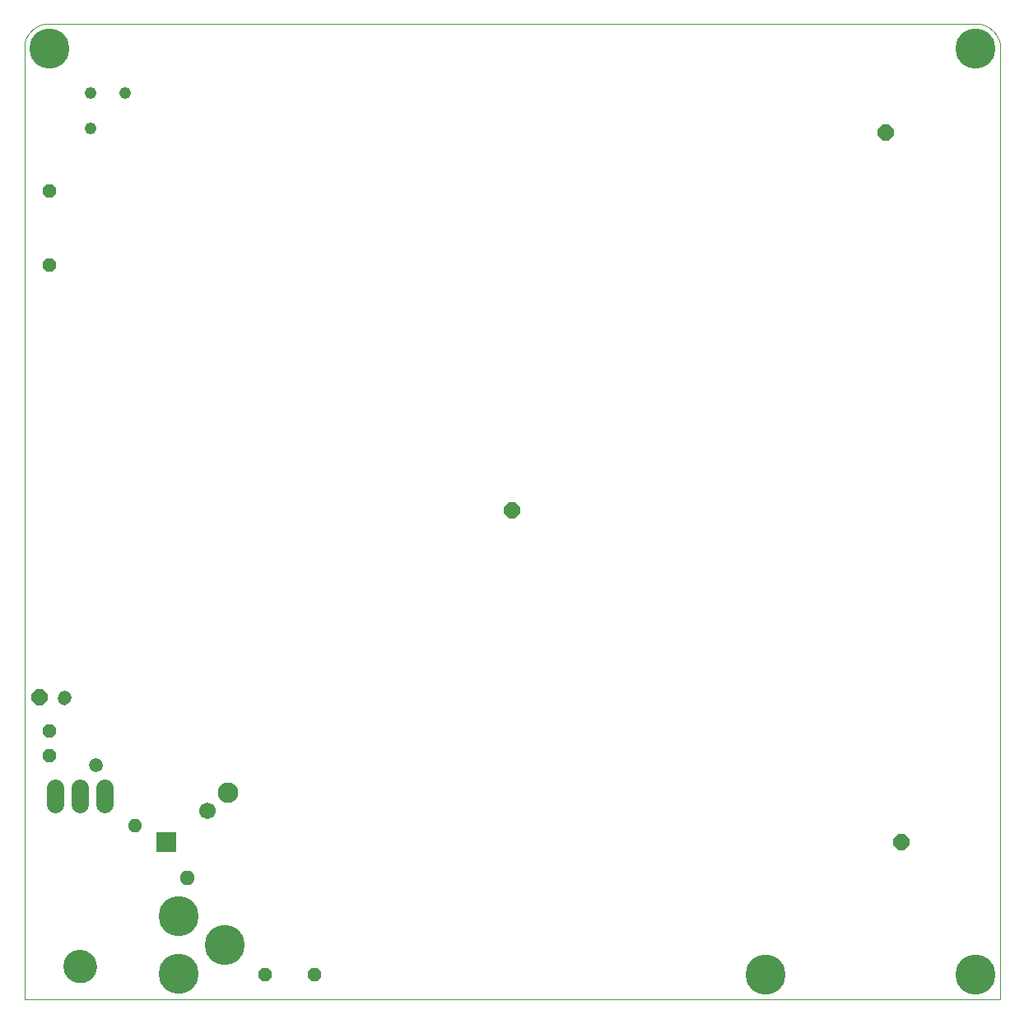
<source format=gbs>
G75*
%MOIN*%
%OFA0B0*%
%FSLAX25Y25*%
%IPPOS*%
%LPD*%
%AMOC8*
5,1,8,0,0,1.08239X$1,22.5*
%
%ADD10C,0.00000*%
%ADD11C,0.01120*%
%ADD12C,0.07000*%
%ADD13C,0.13400*%
%ADD14OC8,0.05600*%
%ADD15OC8,0.06400*%
%ADD16C,0.16211*%
%ADD17C,0.16200*%
%ADD18R,0.08274X0.08274*%
%ADD19C,0.08274*%
%ADD20C,0.04800*%
%ADD21C,0.06699*%
D10*
X0042595Y0025000D02*
X0042595Y0412500D01*
X0050095Y0420000D02*
X0430095Y0420000D01*
X0437595Y0412500D02*
X0437595Y0025000D01*
X0042595Y0025000D01*
X0058595Y0038500D02*
X0058597Y0038661D01*
X0058603Y0038821D01*
X0058613Y0038982D01*
X0058627Y0039142D01*
X0058645Y0039302D01*
X0058666Y0039461D01*
X0058692Y0039620D01*
X0058722Y0039778D01*
X0058755Y0039935D01*
X0058793Y0040092D01*
X0058834Y0040247D01*
X0058879Y0040401D01*
X0058928Y0040554D01*
X0058981Y0040706D01*
X0059037Y0040857D01*
X0059098Y0041006D01*
X0059161Y0041154D01*
X0059229Y0041300D01*
X0059300Y0041444D01*
X0059374Y0041586D01*
X0059452Y0041727D01*
X0059534Y0041865D01*
X0059619Y0042002D01*
X0059707Y0042136D01*
X0059799Y0042268D01*
X0059894Y0042398D01*
X0059992Y0042526D01*
X0060093Y0042651D01*
X0060197Y0042773D01*
X0060304Y0042893D01*
X0060414Y0043010D01*
X0060527Y0043125D01*
X0060643Y0043236D01*
X0060762Y0043345D01*
X0060883Y0043450D01*
X0061007Y0043553D01*
X0061133Y0043653D01*
X0061261Y0043749D01*
X0061392Y0043842D01*
X0061526Y0043932D01*
X0061661Y0044019D01*
X0061799Y0044102D01*
X0061938Y0044182D01*
X0062080Y0044258D01*
X0062223Y0044331D01*
X0062368Y0044400D01*
X0062515Y0044466D01*
X0062663Y0044528D01*
X0062813Y0044586D01*
X0062964Y0044641D01*
X0063117Y0044692D01*
X0063271Y0044739D01*
X0063426Y0044782D01*
X0063582Y0044821D01*
X0063738Y0044857D01*
X0063896Y0044888D01*
X0064054Y0044916D01*
X0064213Y0044940D01*
X0064373Y0044960D01*
X0064533Y0044976D01*
X0064693Y0044988D01*
X0064854Y0044996D01*
X0065015Y0045000D01*
X0065175Y0045000D01*
X0065336Y0044996D01*
X0065497Y0044988D01*
X0065657Y0044976D01*
X0065817Y0044960D01*
X0065977Y0044940D01*
X0066136Y0044916D01*
X0066294Y0044888D01*
X0066452Y0044857D01*
X0066608Y0044821D01*
X0066764Y0044782D01*
X0066919Y0044739D01*
X0067073Y0044692D01*
X0067226Y0044641D01*
X0067377Y0044586D01*
X0067527Y0044528D01*
X0067675Y0044466D01*
X0067822Y0044400D01*
X0067967Y0044331D01*
X0068110Y0044258D01*
X0068252Y0044182D01*
X0068391Y0044102D01*
X0068529Y0044019D01*
X0068664Y0043932D01*
X0068798Y0043842D01*
X0068929Y0043749D01*
X0069057Y0043653D01*
X0069183Y0043553D01*
X0069307Y0043450D01*
X0069428Y0043345D01*
X0069547Y0043236D01*
X0069663Y0043125D01*
X0069776Y0043010D01*
X0069886Y0042893D01*
X0069993Y0042773D01*
X0070097Y0042651D01*
X0070198Y0042526D01*
X0070296Y0042398D01*
X0070391Y0042268D01*
X0070483Y0042136D01*
X0070571Y0042002D01*
X0070656Y0041865D01*
X0070738Y0041727D01*
X0070816Y0041586D01*
X0070890Y0041444D01*
X0070961Y0041300D01*
X0071029Y0041154D01*
X0071092Y0041006D01*
X0071153Y0040857D01*
X0071209Y0040706D01*
X0071262Y0040554D01*
X0071311Y0040401D01*
X0071356Y0040247D01*
X0071397Y0040092D01*
X0071435Y0039935D01*
X0071468Y0039778D01*
X0071498Y0039620D01*
X0071524Y0039461D01*
X0071545Y0039302D01*
X0071563Y0039142D01*
X0071577Y0038982D01*
X0071587Y0038821D01*
X0071593Y0038661D01*
X0071595Y0038500D01*
X0071593Y0038339D01*
X0071587Y0038179D01*
X0071577Y0038018D01*
X0071563Y0037858D01*
X0071545Y0037698D01*
X0071524Y0037539D01*
X0071498Y0037380D01*
X0071468Y0037222D01*
X0071435Y0037065D01*
X0071397Y0036908D01*
X0071356Y0036753D01*
X0071311Y0036599D01*
X0071262Y0036446D01*
X0071209Y0036294D01*
X0071153Y0036143D01*
X0071092Y0035994D01*
X0071029Y0035846D01*
X0070961Y0035700D01*
X0070890Y0035556D01*
X0070816Y0035414D01*
X0070738Y0035273D01*
X0070656Y0035135D01*
X0070571Y0034998D01*
X0070483Y0034864D01*
X0070391Y0034732D01*
X0070296Y0034602D01*
X0070198Y0034474D01*
X0070097Y0034349D01*
X0069993Y0034227D01*
X0069886Y0034107D01*
X0069776Y0033990D01*
X0069663Y0033875D01*
X0069547Y0033764D01*
X0069428Y0033655D01*
X0069307Y0033550D01*
X0069183Y0033447D01*
X0069057Y0033347D01*
X0068929Y0033251D01*
X0068798Y0033158D01*
X0068664Y0033068D01*
X0068529Y0032981D01*
X0068391Y0032898D01*
X0068252Y0032818D01*
X0068110Y0032742D01*
X0067967Y0032669D01*
X0067822Y0032600D01*
X0067675Y0032534D01*
X0067527Y0032472D01*
X0067377Y0032414D01*
X0067226Y0032359D01*
X0067073Y0032308D01*
X0066919Y0032261D01*
X0066764Y0032218D01*
X0066608Y0032179D01*
X0066452Y0032143D01*
X0066294Y0032112D01*
X0066136Y0032084D01*
X0065977Y0032060D01*
X0065817Y0032040D01*
X0065657Y0032024D01*
X0065497Y0032012D01*
X0065336Y0032004D01*
X0065175Y0032000D01*
X0065015Y0032000D01*
X0064854Y0032004D01*
X0064693Y0032012D01*
X0064533Y0032024D01*
X0064373Y0032040D01*
X0064213Y0032060D01*
X0064054Y0032084D01*
X0063896Y0032112D01*
X0063738Y0032143D01*
X0063582Y0032179D01*
X0063426Y0032218D01*
X0063271Y0032261D01*
X0063117Y0032308D01*
X0062964Y0032359D01*
X0062813Y0032414D01*
X0062663Y0032472D01*
X0062515Y0032534D01*
X0062368Y0032600D01*
X0062223Y0032669D01*
X0062080Y0032742D01*
X0061938Y0032818D01*
X0061799Y0032898D01*
X0061661Y0032981D01*
X0061526Y0033068D01*
X0061392Y0033158D01*
X0061261Y0033251D01*
X0061133Y0033347D01*
X0061007Y0033447D01*
X0060883Y0033550D01*
X0060762Y0033655D01*
X0060643Y0033764D01*
X0060527Y0033875D01*
X0060414Y0033990D01*
X0060304Y0034107D01*
X0060197Y0034227D01*
X0060093Y0034349D01*
X0059992Y0034474D01*
X0059894Y0034602D01*
X0059799Y0034732D01*
X0059707Y0034864D01*
X0059619Y0034998D01*
X0059534Y0035135D01*
X0059452Y0035273D01*
X0059374Y0035414D01*
X0059300Y0035556D01*
X0059229Y0035700D01*
X0059161Y0035846D01*
X0059098Y0035994D01*
X0059037Y0036143D01*
X0058981Y0036294D01*
X0058928Y0036446D01*
X0058879Y0036599D01*
X0058834Y0036753D01*
X0058793Y0036908D01*
X0058755Y0037065D01*
X0058722Y0037222D01*
X0058692Y0037380D01*
X0058666Y0037539D01*
X0058645Y0037698D01*
X0058627Y0037858D01*
X0058613Y0038018D01*
X0058603Y0038179D01*
X0058597Y0038339D01*
X0058595Y0038500D01*
X0042596Y0412499D02*
X0042667Y0412748D01*
X0042743Y0412994D01*
X0042826Y0413238D01*
X0042915Y0413481D01*
X0043009Y0413721D01*
X0043110Y0413959D01*
X0043216Y0414194D01*
X0043327Y0414427D01*
X0043445Y0414657D01*
X0043567Y0414884D01*
X0043696Y0415108D01*
X0043829Y0415329D01*
X0043968Y0415546D01*
X0044112Y0415760D01*
X0044261Y0415971D01*
X0044415Y0416178D01*
X0044575Y0416381D01*
X0044739Y0416580D01*
X0044908Y0416776D01*
X0045081Y0416967D01*
X0045259Y0417153D01*
X0045442Y0417336D01*
X0045628Y0417514D01*
X0045819Y0417687D01*
X0046015Y0417856D01*
X0046214Y0418020D01*
X0046417Y0418180D01*
X0046624Y0418334D01*
X0046835Y0418483D01*
X0047049Y0418627D01*
X0047266Y0418766D01*
X0047487Y0418899D01*
X0047711Y0419028D01*
X0047938Y0419150D01*
X0048168Y0419268D01*
X0048401Y0419379D01*
X0048636Y0419485D01*
X0048874Y0419586D01*
X0049114Y0419680D01*
X0049357Y0419769D01*
X0049601Y0419852D01*
X0049847Y0419928D01*
X0050096Y0419999D01*
X0430095Y0419999D02*
X0430344Y0419928D01*
X0430590Y0419852D01*
X0430834Y0419769D01*
X0431077Y0419680D01*
X0431317Y0419586D01*
X0431555Y0419485D01*
X0431790Y0419379D01*
X0432023Y0419268D01*
X0432253Y0419150D01*
X0432480Y0419028D01*
X0432704Y0418899D01*
X0432925Y0418766D01*
X0433142Y0418627D01*
X0433356Y0418483D01*
X0433567Y0418334D01*
X0433774Y0418180D01*
X0433977Y0418020D01*
X0434176Y0417856D01*
X0434372Y0417687D01*
X0434563Y0417514D01*
X0434749Y0417336D01*
X0434932Y0417153D01*
X0435110Y0416967D01*
X0435283Y0416776D01*
X0435452Y0416580D01*
X0435616Y0416381D01*
X0435776Y0416178D01*
X0435930Y0415971D01*
X0436079Y0415760D01*
X0436223Y0415546D01*
X0436362Y0415329D01*
X0436495Y0415108D01*
X0436624Y0414884D01*
X0436746Y0414657D01*
X0436864Y0414427D01*
X0436975Y0414194D01*
X0437081Y0413959D01*
X0437182Y0413721D01*
X0437276Y0413481D01*
X0437365Y0413238D01*
X0437448Y0412994D01*
X0437524Y0412748D01*
X0437595Y0412499D01*
D11*
X0108011Y0076072D02*
X0107451Y0076632D01*
X0109307Y0076632D01*
X0110618Y0075321D01*
X0110618Y0073465D01*
X0109307Y0072154D01*
X0107451Y0072154D01*
X0106140Y0073465D01*
X0106140Y0075321D01*
X0107451Y0076632D01*
X0107799Y0075792D01*
X0108959Y0075792D01*
X0109778Y0074973D01*
X0109778Y0073813D01*
X0108959Y0072994D01*
X0107799Y0072994D01*
X0106980Y0073813D01*
X0106980Y0074973D01*
X0107799Y0075792D01*
X0108147Y0074952D01*
X0108611Y0074952D01*
X0108938Y0074625D01*
X0108938Y0074161D01*
X0108611Y0073834D01*
X0108147Y0073834D01*
X0107820Y0074161D01*
X0107820Y0074625D01*
X0108147Y0074952D01*
X0086798Y0097286D02*
X0086238Y0097846D01*
X0088094Y0097846D01*
X0089405Y0096535D01*
X0089405Y0094679D01*
X0088094Y0093368D01*
X0086238Y0093368D01*
X0084927Y0094679D01*
X0084927Y0096535D01*
X0086238Y0097846D01*
X0086586Y0097006D01*
X0087746Y0097006D01*
X0088565Y0096187D01*
X0088565Y0095027D01*
X0087746Y0094208D01*
X0086586Y0094208D01*
X0085767Y0095027D01*
X0085767Y0096187D01*
X0086586Y0097006D01*
X0086934Y0096166D01*
X0087398Y0096166D01*
X0087725Y0095839D01*
X0087725Y0095375D01*
X0087398Y0095048D01*
X0086934Y0095048D01*
X0086607Y0095375D01*
X0086607Y0095839D01*
X0086934Y0096166D01*
X0070980Y0118294D02*
X0071540Y0117734D01*
X0069796Y0118369D01*
X0069013Y0120049D01*
X0069648Y0121793D01*
X0071328Y0122576D01*
X0073072Y0121941D01*
X0073855Y0120261D01*
X0073220Y0118517D01*
X0071540Y0117734D01*
X0071500Y0118642D01*
X0070410Y0119039D01*
X0069921Y0120089D01*
X0070318Y0121179D01*
X0071368Y0121668D01*
X0072458Y0121271D01*
X0072947Y0120221D01*
X0072550Y0119131D01*
X0071500Y0118642D01*
X0071461Y0119550D01*
X0071025Y0119709D01*
X0070829Y0120128D01*
X0070988Y0120564D01*
X0071407Y0120760D01*
X0071843Y0120601D01*
X0072039Y0120182D01*
X0071880Y0119746D01*
X0071461Y0119550D01*
X0058302Y0145484D02*
X0058862Y0144924D01*
X0057118Y0145559D01*
X0056335Y0147239D01*
X0056970Y0148983D01*
X0058650Y0149766D01*
X0060394Y0149131D01*
X0061177Y0147451D01*
X0060542Y0145707D01*
X0058862Y0144924D01*
X0058822Y0145832D01*
X0057732Y0146229D01*
X0057243Y0147279D01*
X0057640Y0148369D01*
X0058690Y0148858D01*
X0059780Y0148461D01*
X0060269Y0147411D01*
X0059872Y0146321D01*
X0058822Y0145832D01*
X0058783Y0146740D01*
X0058347Y0146899D01*
X0058151Y0147318D01*
X0058310Y0147754D01*
X0058729Y0147950D01*
X0059165Y0147791D01*
X0059361Y0147372D01*
X0059202Y0146936D01*
X0058783Y0146740D01*
D12*
X0055095Y0110800D02*
X0055095Y0104200D01*
X0065095Y0104200D02*
X0065095Y0110800D01*
X0075095Y0110800D02*
X0075095Y0104200D01*
D13*
X0065095Y0038500D03*
D14*
X0140095Y0035000D03*
X0160095Y0035000D03*
X0052595Y0123750D03*
X0052595Y0133750D03*
X0052595Y0322500D03*
X0052595Y0352500D03*
D15*
X0048845Y0147500D03*
X0240095Y0223000D03*
X0391345Y0376250D03*
X0397595Y0088750D03*
D16*
X0427595Y0035000D03*
X0342595Y0035000D03*
X0427595Y0410000D03*
X0052595Y0410000D03*
D17*
X0105095Y0058937D03*
X0123599Y0047126D03*
X0105095Y0035315D03*
D18*
X0100095Y0088750D03*
D19*
X0125095Y0108750D03*
D20*
X0069274Y0377929D03*
X0069274Y0392071D03*
X0083416Y0392071D03*
D21*
X0116845Y0101500D03*
M02*

</source>
